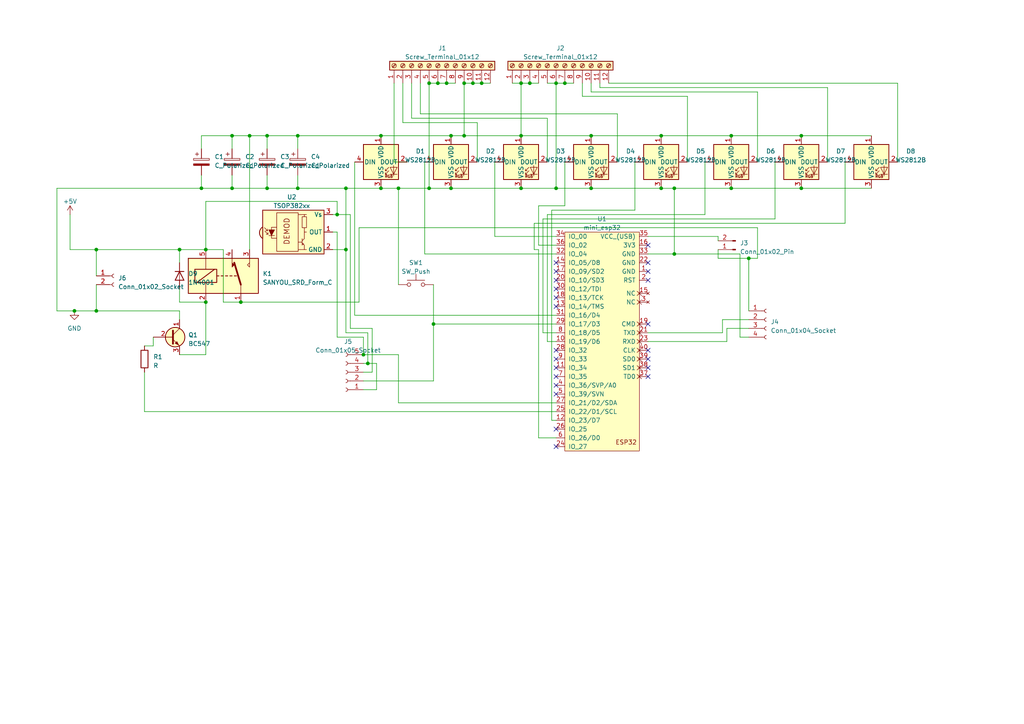
<source format=kicad_sch>
(kicad_sch (version 20230121) (generator eeschema)
  (paper "A4")
  (lib_symbols
    (symbol "Connector:Conn_01x02_Pin" (pin_names (offset 1.016) hide)
      (property "Reference" "J" (at 0 2.54 0))
      (property "Value" "Conn_01x02_Pin" (at 0 -5.08 0))
      (symbol "Conn_01x02_Pin_1_1"
        (polyline (pts (xy 1.27 -2.54) (xy 0.8636 -2.54)) (stroke (width 0.1524)))
        (polyline (pts (xy 1.27 0) (xy 0.8636 0)) (stroke (width 0.1524)))
        (rectangle (start 0.8636 -2.413) (end 0 -2.667) (stroke (width 0.1524)) (fill (type outline)))
        (rectangle (start 0.8636 0.127) (end 0 -0.127) (stroke (width 0.1524)) (fill (type outline)))
        (pin passive line (at 5.08 0 180) (length 3.81) (name "Pin_1") (number "1"))
        (pin passive line (at 5.08 -2.54 180) (length 3.81) (name "Pin_2") (number "2"))
      )
    )
    (symbol "Connector:Conn_01x02_Socket" (pin_names (offset 1.016) hide)
      (property "Reference" "J" (at 0 2.54 0))
      (property "Value" "Conn_01x02_Socket" (at 0 -5.08 0))
      (symbol "Conn_01x02_Socket_1_1"
        (arc (start 0 -2.032) (mid -0.5058 -2.54) (end 0 -3.048) (stroke (width 0.1524)))
        (polyline (pts (xy -1.27 -2.54) (xy -0.508 -2.54)) (stroke (width 0.1524)))
        (polyline (pts (xy -1.27 0) (xy -0.508 0)) (stroke (width 0.1524)))
        (arc (start 0 0.508) (mid -0.5058 0) (end 0 -0.508) (stroke (width 0.1524)))
        (pin passive line (at -5.08 0 0) (length 3.81) (name "Pin_1") (number "1"))
        (pin passive line (at -5.08 -2.54 0) (length 3.81) (name "Pin_2") (number "2"))
      )
    )
    (symbol "Connector:Conn_01x04_Socket" (pin_names (offset 1.016) hide)
      (property "Reference" "J" (at 0 5.08 0))
      (property "Value" "Conn_01x04_Socket" (at 0 -7.62 0))
      (symbol "Conn_01x04_Socket_1_1"
        (arc (start 0 -4.572) (mid -0.5058 -5.08) (end 0 -5.588) (stroke (width 0.1524)))
        (arc (start 0 -2.032) (mid -0.5058 -2.54) (end 0 -3.048) (stroke (width 0.1524)))
        (polyline (pts (xy -1.27 -5.08) (xy -0.508 -5.08)) (stroke (width 0.1524)))
        (polyline (pts (xy -1.27 -2.54) (xy -0.508 -2.54)) (stroke (width 0.1524)))
        (polyline (pts (xy -1.27 0) (xy -0.508 0)) (stroke (width 0.1524)))
        (polyline (pts (xy -1.27 2.54) (xy -0.508 2.54)) (stroke (width 0.1524)))
        (arc (start 0 0.508) (mid -0.5058 0) (end 0 -0.508) (stroke (width 0.1524)))
        (arc (start 0 3.048) (mid -0.5058 2.54) (end 0 2.032) (stroke (width 0.1524)))
        (pin passive line (at -5.08 2.54 0) (length 3.81) (name "Pin_1") (number "1"))
        (pin passive line (at -5.08 0 0) (length 3.81) (name "Pin_2") (number "2"))
        (pin passive line (at -5.08 -2.54 0) (length 3.81) (name "Pin_3") (number "3"))
        (pin passive line (at -5.08 -5.08 0) (length 3.81) (name "Pin_4") (number "4"))
      )
    )
    (symbol "Connector:Conn_01x05_Socket" (pin_names (offset 1.016) hide)
      (property "Reference" "J" (at 0 7.62 0))
      (property "Value" "Conn_01x05_Socket" (at 0 -7.62 0))
      (symbol "Conn_01x05_Socket_1_1"
        (arc (start 0 -4.572) (mid -0.5058 -5.08) (end 0 -5.588) (stroke (width 0.1524)))
        (arc (start 0 -2.032) (mid -0.5058 -2.54) (end 0 -3.048) (stroke (width 0.1524)))
        (polyline (pts (xy -1.27 -5.08) (xy -0.508 -5.08)) (stroke (width 0.1524)))
        (polyline (pts (xy -1.27 -2.54) (xy -0.508 -2.54)) (stroke (width 0.1524)))
        (polyline (pts (xy -1.27 0) (xy -0.508 0)) (stroke (width 0.1524)))
        (polyline (pts (xy -1.27 2.54) (xy -0.508 2.54)) (stroke (width 0.1524)))
        (polyline (pts (xy -1.27 5.08) (xy -0.508 5.08)) (stroke (width 0.1524)))
        (arc (start 0 0.508) (mid -0.5058 0) (end 0 -0.508) (stroke (width 0.1524)))
        (arc (start 0 3.048) (mid -0.5058 2.54) (end 0 2.032) (stroke (width 0.1524)))
        (arc (start 0 5.588) (mid -0.5058 5.08) (end 0 4.572) (stroke (width 0.1524)))
        (pin passive line (at -5.08 5.08 0) (length 3.81) (name "Pin_1") (number "1"))
        (pin passive line (at -5.08 2.54 0) (length 3.81) (name "Pin_2") (number "2"))
        (pin passive line (at -5.08 0 0) (length 3.81) (name "Pin_3") (number "3"))
        (pin passive line (at -5.08 -2.54 0) (length 3.81) (name "Pin_4") (number "4"))
        (pin passive line (at -5.08 -5.08 0) (length 3.81) (name "Pin_5") (number "5"))
      )
    )
    (symbol "Connector:Screw_Terminal_01x12" (pin_names (offset 1.016) hide)
      (property "Reference" "J" (at 0 15.24 0))
      (property "Value" "Screw_Terminal_01x12" (at 0 -17.78 0))
      (symbol "Screw_Terminal_01x12_1_1"
        (rectangle (start -1.27 13.97) (end 1.27 -16.51) (stroke (width 0.254)) (fill (type background)))
        (circle (center 0 -15.24) (radius 0.635) (stroke (width 0.1524)))
        (circle (center 0 -12.7) (radius 0.635) (stroke (width 0.1524)))
        (circle (center 0 -10.16) (radius 0.635) (stroke (width 0.1524)))
        (circle (center 0 -7.62) (radius 0.635) (stroke (width 0.1524)))
        (circle (center 0 -5.08) (radius 0.635) (stroke (width 0.1524)))
        (circle (center 0 -2.54) (radius 0.635) (stroke (width 0.1524)))
        (polyline (pts (xy -0.5334 -14.9098) (xy 0.3302 -15.748)) (stroke (width 0.1524)))
        (polyline (pts (xy -0.5334 -12.3698) (xy 0.3302 -13.208)) (stroke (width 0.1524)))
        (polyline (pts (xy -0.5334 -9.8298) (xy 0.3302 -10.668)) (stroke (width 0.1524)))
        (polyline (pts (xy -0.5334 -7.2898) (xy 0.3302 -8.128)) (stroke (width 0.1524)))
        (polyline (pts (xy -0.5334 -4.7498) (xy 0.3302 -5.588)) (stroke (width 0.1524)))
        (polyline (pts (xy -0.5334 -2.2098) (xy 0.3302 -3.048)) (stroke (width 0.1524)))
        (polyline (pts (xy -0.5334 0.3302) (xy 0.3302 -0.508)) (stroke (width 0.1524)))
        (polyline (pts (xy -0.5334 2.8702) (xy 0.3302 2.032)) (stroke (width 0.1524)))
        (polyline (pts (xy -0.5334 5.4102) (xy 0.3302 4.572)) (stroke (width 0.1524)))
        (polyline (pts (xy -0.5334 7.9502) (xy 0.3302 7.112)) (stroke (width 0.1524)))
        (polyline (pts (xy -0.5334 10.4902) (xy 0.3302 9.652)) (stroke (width 0.1524)))
        (polyline (pts (xy -0.5334 13.0302) (xy 0.3302 12.192)) (stroke (width 0.1524)))
        (polyline (pts (xy -0.3556 -14.732) (xy 0.508 -15.5702)) (stroke (width 0.1524)))
        (polyline (pts (xy -0.3556 -12.192) (xy 0.508 -13.0302)) (stroke (width 0.1524)))
        (polyline (pts (xy -0.3556 -9.652) (xy 0.508 -10.4902)) (stroke (width 0.1524)))
        (polyline (pts (xy -0.3556 -7.112) (xy 0.508 -7.9502)) (stroke (width 0.1524)))
        (polyline (pts (xy -0.3556 -4.572) (xy 0.508 -5.4102)) (stroke (width 0.1524)))
        (polyline (pts (xy -0.3556 -2.032) (xy 0.508 -2.8702)) (stroke (width 0.1524)))
        (polyline (pts (xy -0.3556 0.508) (xy 0.508 -0.3302)) (stroke (width 0.1524)))
        (polyline (pts (xy -0.3556 3.048) (xy 0.508 2.2098)) (stroke (width 0.1524)))
        (polyline (pts (xy -0.3556 5.588) (xy 0.508 4.7498)) (stroke (width 0.1524)))
        (polyline (pts (xy -0.3556 8.128) (xy 0.508 7.2898)) (stroke (width 0.1524)))
        (polyline (pts (xy -0.3556 10.668) (xy 0.508 9.8298)) (stroke (width 0.1524)))
        (polyline (pts (xy -0.3556 13.208) (xy 0.508 12.3698)) (stroke (width 0.1524)))
        (circle (center 0 0) (radius 0.635) (stroke (width 0.1524)))
        (circle (center 0 2.54) (radius 0.635) (stroke (width 0.1524)))
        (circle (center 0 5.08) (radius 0.635) (stroke (width 0.1524)))
        (circle (center 0 7.62) (radius 0.635) (stroke (width 0.1524)))
        (circle (center 0 10.16) (radius 0.635) (stroke (width 0.1524)))
        (circle (center 0 12.7) (radius 0.635) (stroke (width 0.1524)))
        (pin passive line (at -5.08 12.7 0) (length 3.81) (name "Pin_1") (number "1"))
        (pin passive line (at -5.08 -10.16 0) (length 3.81) (name "Pin_10") (number "10"))
        (pin passive line (at -5.08 -12.7 0) (length 3.81) (name "Pin_11") (number "11"))
        (pin passive line (at -5.08 -15.24 0) (length 3.81) (name "Pin_12") (number "12"))
        (pin passive line (at -5.08 10.16 0) (length 3.81) (name "Pin_2") (number "2"))
        (pin passive line (at -5.08 7.62 0) (length 3.81) (name "Pin_3") (number "3"))
        (pin passive line (at -5.08 5.08 0) (length 3.81) (name "Pin_4") (number "4"))
        (pin passive line (at -5.08 2.54 0) (length 3.81) (name "Pin_5") (number "5"))
        (pin passive line (at -5.08 0 0) (length 3.81) (name "Pin_6") (number "6"))
        (pin passive line (at -5.08 -2.54 0) (length 3.81) (name "Pin_7") (number "7"))
        (pin passive line (at -5.08 -5.08 0) (length 3.81) (name "Pin_8") (number "8"))
        (pin passive line (at -5.08 -7.62 0) (length 3.81) (name "Pin_9") (number "9"))
      )
    )
    (symbol "Device:C_Polarized" (pin_numbers hide) (pin_names (offset 0.254))
      (property "Reference" "C" (at 0.635 2.54 0))
      (property "Value" "C_Polarized" (at 0.635 -2.54 0))
      (symbol "C_Polarized_0_1"
        (rectangle (start -2.286 0.508) (end 2.286 1.016))
        (polyline (pts (xy -1.778 2.286) (xy -0.762 2.286)))
        (polyline (pts (xy -1.27 2.794) (xy -1.27 1.778)))
        (rectangle (start 2.286 -0.508) (end -2.286 -1.016) (fill (type outline)))
      )
      (symbol "C_Polarized_1_1"
        (pin passive line (at 0 3.81 270) (length 2.794) (name "~") (number "1"))
        (pin passive line (at 0 -3.81 90) (length 2.794) (name "~") (number "2"))
      )
    )
    (symbol "Device:R" (pin_numbers hide) (pin_names (offset 0))
      (property "Reference" "R" (at 2.032 0 90))
      (property "Value" "R" (at 0 0 90))
      (symbol "R_0_1"
        (rectangle (start -1.016 -2.54) (end 1.016 2.54) (stroke (width 0.254)))
      )
      (symbol "R_1_1"
        (pin passive line (at 0 3.81 270) (length 1.27) (name "~") (number "1"))
        (pin passive line (at 0 -3.81 90) (length 1.27) (name "~") (number "2"))
      )
    )
    (symbol "Diode:1N4001" (pin_numbers hide) (pin_names hide)
      (property "Reference" "D" (at 0 2.54 0))
      (property "Value" "1N4001" (at 0 -2.54 0))
      (symbol "1N4001_0_1"
        (polyline (pts (xy -1.27 1.27) (xy -1.27 -1.27)) (stroke (width 0.254)))
        (polyline (pts (xy 1.27 0) (xy -1.27 0)))
        (polyline (pts (xy 1.27 1.27) (xy 1.27 -1.27) (xy -1.27 0) (xy 1.27 1.27)) (stroke (width 0.254)))
      )
      (symbol "1N4001_1_1"
        (pin passive line (at -3.81 0 0) (length 2.54) (name "K") (number "1"))
        (pin passive line (at 3.81 0 180) (length 2.54) (name "A") (number "2"))
      )
    )
    (symbol "ESP32_mini:mini_esp32" (pin_names (offset 1.016))
      (property "Reference" "U" (at -7.62 -50.8 0))
      (property "Value" "mini_esp32" (at 5.08 -59.69 0))
      (symbol "mini_esp32_0_0"
        (text "ESP32" (at 7.62 -62.23 0) (effects (font (size 1.27 1.27))))
        (pin power_in line (at 13.97 -12.7 180) (length 2.54) (name "GND") (number "1"))
        (pin input line (at 13.97 -15.24 180) (length 2.54) (name "RST") (number "2"))
        (pin no_connect non_logic (at 13.97 -21.59 180) (length 2.54) (name "NC") (number "3"))
        (pin bidirectional line (at -12.7 -45.72 0) (length 2.54) (name "IO_36/SVP/A0") (number "4"))
        (pin bidirectional line (at -12.7 -48.26 0) (length 2.54) (name "IO_39/SVN") (number "5"))
      )
      (symbol "mini_esp32_0_1"
        (rectangle (start -10.16 -1.27) (end 11.43 -64.77) (fill (type background)))
      )
      (symbol "mini_esp32_1_1"
        (pin bidirectional line (at -12.7 -33.02 0) (length 2.54) (name "IO_19/D6") (number "10"))
        (pin bidirectional line (at -12.7 -40.64 0) (length 2.54) (name "IO_34") (number "11"))
        (pin bidirectional line (at -12.7 -55.88 0) (length 2.54) (name "IO_23/D7") (number "12"))
        (pin bidirectional line (at -12.7 -22.86 0) (length 2.54) (name "IO_14/TMS") (number "13"))
        (pin bidirectional line (at -12.7 -10.16 0) (length 2.54) (name "IO_05/D8") (number "14"))
        (pin no_connect non_logic (at 13.97 -19.05 180) (length 2.54) (name "NC") (number "15"))
        (pin power_in line (at 13.97 -5.08 180) (length 2.54) (name "3V3") (number "16"))
        (pin bidirectional line (at -12.7 -12.7 0) (length 2.54) (name "IO_09/SD2") (number "17"))
        (pin bidirectional line (at -12.7 -20.32 0) (length 2.54) (name "IO_13/TCK") (number "18"))
        (pin passive non_logic (at 13.97 -27.94 180) (length 2.54) (name "CMD") (number "19"))
        (pin bidirectional line (at -12.7 -15.24 0) (length 2.54) (name "IO_10/SD3") (number "20"))
        (pin passive non_logic (at 13.97 -30.48 180) (length 2.54) (name "TXD") (number "21"))
        (pin power_in line (at 13.97 -10.16 180) (length 2.54) (name "GND") (number "22"))
        (pin passive non_logic (at 13.97 -33.02 180) (length 2.54) (name "RXD") (number "23"))
        (pin bidirectional line (at -12.7 -63.5 0) (length 2.54) (name "IO_27") (number "24"))
        (pin bidirectional line (at -12.7 -53.34 0) (length 2.54) (name "IO_22/D1/SCL") (number "25"))
        (pin bidirectional line (at -12.7 -58.42 0) (length 2.54) (name "IO_25") (number "26"))
        (pin bidirectional line (at -12.7 -50.8 0) (length 2.54) (name "IO_21/D2/SDA") (number "27"))
        (pin bidirectional line (at -12.7 -35.56 0) (length 2.54) (name "IO_32") (number "28"))
        (pin bidirectional line (at -12.7 -27.94 0) (length 2.54) (name "IO_17/D3") (number "29"))
        (pin bidirectional line (at -12.7 -17.78 0) (length 2.54) (name "IO_12/TDI") (number "30"))
        (pin bidirectional line (at -12.7 -25.4 0) (length 2.54) (name "IO_16/D4") (number "31"))
        (pin bidirectional line (at -12.7 -7.62 0) (length 2.54) (name "IO_04") (number "32"))
        (pin power_in line (at 13.97 -7.62 180) (length 2.54) (name "GND") (number "33"))
        (pin bidirectional line (at -12.7 -2.54 0) (length 2.54) (name "IO_00") (number "34"))
        (pin power_in line (at 13.97 -2.54 180) (length 2.54) (name "VCC_(USB)") (number "35"))
        (pin bidirectional line (at -12.7 -5.08 0) (length 2.54) (name "IO_02") (number "36"))
        (pin passive non_logic (at 13.97 -43.18 180) (length 2.54) (name "TD0") (number "37"))
        (pin passive non_logic (at 13.97 -40.64 180) (length 2.54) (name "SD1") (number "38"))
        (pin passive non_logic (at 13.97 -38.1 180) (length 2.54) (name "SD0") (number "39"))
        (pin passive non_logic (at 13.97 -35.56 180) (length 2.54) (name "CLK") (number "40"))
        (pin bidirectional line (at -12.7 -60.96 0) (length 2.54) (name "IO_26/D0") (number "6"))
        (pin bidirectional line (at -12.7 -43.18 0) (length 2.54) (name "IO_35") (number "7"))
        (pin bidirectional line (at -12.7 -30.48 0) (length 2.54) (name "IO_18/D5") (number "8"))
        (pin bidirectional line (at -12.7 -38.1 0) (length 2.54) (name "IO_33") (number "9"))
      )
    )
    (symbol "Interface_Optical:TSOP382xx"
      (property "Reference" "U" (at -10.16 7.62 0))
      (property "Value" "TSOP382xx" (at -10.16 -7.62 0))
      (symbol "TSOP382xx_0_0"
        (arc (start -10.287 1.397) (mid -11.0899 -0.1852) (end -10.287 -1.778) (stroke (width 0.254)) (fill (type background)))
        (polyline (pts (xy 1.905 -5.08) (xy 0.127 -5.08)))
        (polyline (pts (xy 1.905 5.08) (xy 0.127 5.08)))
        (text "DEMOD" (at -3.175 0.254 900) (effects (font (size 1.524 1.524))))
      )
      (symbol "TSOP382xx_0_1"
        (rectangle (start -6.096 5.588) (end 0.127 -5.588))
        (polyline (pts (xy -8.763 0.381) (xy -9.652 1.27)))
        (polyline (pts (xy -8.763 0.381) (xy -9.271 0.381)))
        (polyline (pts (xy -8.763 0.381) (xy -8.763 0.889)))
        (polyline (pts (xy -8.636 -0.635) (xy -9.525 0.254)))
        (polyline (pts (xy -8.636 -0.635) (xy -9.144 -0.635)))
        (polyline (pts (xy -8.636 -0.635) (xy -8.636 -0.127)))
        (polyline (pts (xy -8.382 -1.016) (xy -6.731 -1.016)))
        (polyline (pts (xy 1.27 -2.921) (xy 0.127 -2.921)))
        (polyline (pts (xy 1.27 -1.905) (xy 1.27 -3.81)))
        (polyline (pts (xy 1.397 -3.556) (xy 1.524 -3.556)))
        (polyline (pts (xy 1.651 -3.556) (xy 1.524 -3.556)))
        (polyline (pts (xy 1.651 -3.556) (xy 1.651 -3.302)))
        (polyline (pts (xy 1.905 0) (xy 1.905 1.27)))
        (polyline (pts (xy 1.905 4.445) (xy 1.905 5.08) (xy 2.54 5.08)))
        (polyline (pts (xy -8.382 0.635) (xy -6.731 0.635) (xy -7.62 -1.016) (xy -8.382 0.635)) (fill (type outline)))
        (polyline (pts (xy -6.096 1.397) (xy -7.62 1.397) (xy -7.62 -1.778) (xy -6.096 -1.778)))
        (polyline (pts (xy 1.27 -3.175) (xy 1.905 -3.81) (xy 1.905 -5.08) (xy 2.54 -5.08)))
        (polyline (pts (xy 1.27 -2.54) (xy 1.905 -1.905) (xy 1.905 0) (xy 2.54 0)))
        (rectangle (start 2.54 1.27) (end 1.27 4.445))
        (rectangle (start 7.62 6.35) (end -10.16 -6.35) (stroke (width 0.254)) (fill (type background)))
      )
      (symbol "TSOP382xx_1_1"
        (pin output line (at 10.16 0 180) (length 2.54) (name "OUT") (number "1"))
        (pin power_in line (at 10.16 -5.08 180) (length 2.54) (name "GND") (number "2"))
        (pin power_in line (at 10.16 5.08 180) (length 2.54) (name "Vs") (number "3"))
      )
    )
    (symbol "LED:WS2812B" (pin_names (offset 0.254))
      (property "Reference" "D" (at 5.08 5.715 0))
      (property "Value" "WS2812B" (at 1.27 -5.715 0))
      (symbol "WS2812B_0_0"
        (text "RGB" (at 2.286 -4.191 0) (effects (font (size 0.762 0.762))))
      )
      (symbol "WS2812B_0_1"
        (polyline (pts (xy 1.27 -3.556) (xy 1.778 -3.556)))
        (polyline (pts (xy 1.27 -2.54) (xy 1.778 -2.54)))
        (polyline (pts (xy 4.699 -3.556) (xy 2.667 -3.556)))
        (polyline (pts (xy 2.286 -2.54) (xy 1.27 -3.556) (xy 1.27 -3.048)))
        (polyline (pts (xy 2.286 -1.524) (xy 1.27 -2.54) (xy 1.27 -2.032)))
        (polyline (pts (xy 3.683 -1.016) (xy 3.683 -3.556) (xy 3.683 -4.064)))
        (polyline (pts (xy 4.699 -1.524) (xy 2.667 -1.524) (xy 3.683 -3.556) (xy 4.699 -1.524)))
        (rectangle (start 5.08 5.08) (end -5.08 -5.08) (stroke (width 0.254)) (fill (type background)))
      )
      (symbol "WS2812B_1_1"
        (pin power_in line (at 0 7.62 270) (length 2.54) (name "VDD") (number "1"))
        (pin output line (at 7.62 0 180) (length 2.54) (name "DOUT") (number "2"))
        (pin power_in line (at 0 -7.62 90) (length 2.54) (name "VSS") (number "3"))
        (pin input line (at -7.62 0 0) (length 2.54) (name "DIN") (number "4"))
      )
    )
    (symbol "PCM_4ms_Power-symbol:+5V" (power) (pin_names (offset 0))
      (property "Value" "+5V" (at 0 3.556 0))
      (symbol "+5V_0_1"
        (polyline (pts (xy -0.762 1.27) (xy 0 2.54)))
        (polyline (pts (xy 0 0) (xy 0 2.54)))
        (polyline (pts (xy 0 2.54) (xy 0.762 1.27)))
      )
      (symbol "+5V_1_1"
        (pin power_in line (at 0 0 90) (length 0) hide (name "+5V") (number "1"))
      )
    )
    (symbol "PCM_4ms_Power-symbol:GND" (power) (pin_names (offset 0))
      (property "Value" "GND" (at 0 -3.81 0))
      (symbol "GND_0_1"
        (polyline (pts (xy 0 0) (xy 0 -1.27) (xy 1.27 -1.27) (xy 0 -2.54) (xy -1.27 -1.27) (xy 0 -1.27)))
      )
      (symbol "GND_1_1"
        (pin power_in line (at 0 0 270) (length 0) hide (name "GND") (number "1"))
      )
    )
    (symbol "PCM_Transistor_BJT_AKL:BC547" (pin_names hide)
      (property "Reference" "Q" (at 5.08 1.27 0))
      (property "Value" "BC547" (at 5.08 -1.27 0))
      (symbol "BC547_0_1"
        (polyline (pts (xy 0.635 0.635) (xy 2.54 2.54)))
        (polyline (pts (xy 0.635 -0.635) (xy 2.54 -2.54) (xy 2.54 -2.54)))
        (polyline (pts (xy 0.635 1.905) (xy 0.635 -1.905) (xy 0.635 -1.905)) (stroke (width 0.508)))
        (polyline (pts (xy 1.27 -1.778) (xy 1.778 -1.27) (xy 2.286 -2.286) (xy 1.27 -1.778) (xy 1.27 -1.778)) (fill (type outline)))
        (circle (center 1.27 0) (radius 2.8194) (stroke (width 0.254)) (fill (type background)))
      )
      (symbol "BC547_1_1"
        (pin passive line (at 2.54 5.08 270) (length 2.54) (name "C") (number "1"))
        (pin input line (at -5.08 0 0) (length 5.715) (name "B") (number "2"))
        (pin passive line (at 2.54 -5.08 90) (length 2.54) (name "E") (number "3"))
      )
    )
    (symbol "Relay:SANYOU_SRD_Form_C"
      (property "Reference" "K" (at 11.43 3.81 0))
      (property "Value" "SANYOU_SRD_Form_C" (at 11.43 1.27 0))
      (symbol "SANYOU_SRD_Form_C_0_0"
        (polyline (pts (xy 7.62 5.08) (xy 7.62 2.54) (xy 6.985 3.175) (xy 7.62 3.81)))
      )
      (symbol "SANYOU_SRD_Form_C_0_1"
        (rectangle (start -10.16 5.08) (end 10.16 -5.08) (stroke (width 0.254)) (fill (type background)))
        (rectangle (start -8.255 1.905) (end -1.905 -1.905) (stroke (width 0.254)))
        (polyline (pts (xy -7.62 -1.905) (xy -2.54 1.905)) (stroke (width 0.254)))
        (polyline (pts (xy -5.08 -5.08) (xy -5.08 -1.905)))
        (polyline (pts (xy -5.08 5.08) (xy -5.08 1.905)))
        (polyline (pts (xy -1.905 0) (xy -1.27 0)) (stroke (width 0.254)))
        (polyline (pts (xy -0.635 0) (xy 0 0)) (stroke (width 0.254)))
        (polyline (pts (xy 0.635 0) (xy 1.27 0)) (stroke (width 0.254)))
        (polyline (pts (xy 1.905 0) (xy 2.54 0)) (stroke (width 0.254)))
        (polyline (pts (xy 3.175 0) (xy 3.81 0)) (stroke (width 0.254)))
        (polyline (pts (xy 5.08 -2.54) (xy 3.175 3.81)) (stroke (width 0.508)))
        (polyline (pts (xy 5.08 -2.54) (xy 5.08 -5.08)))
      )
      (symbol "SANYOU_SRD_Form_C_1_1"
        (polyline (pts (xy 2.54 3.81) (xy 3.175 3.175) (xy 2.54 2.54) (xy 2.54 5.08)) (fill (type outline)))
        (pin passive line (at 5.08 -7.62 90) (length 2.54) (name "~") (number "1"))
        (pin passive line (at -5.08 -7.62 90) (length 2.54) (name "~") (number "2"))
        (pin passive line (at 7.62 7.62 270) (length 2.54) (name "~") (number "3"))
        (pin passive line (at 2.54 7.62 270) (length 2.54) (name "~") (number "4"))
        (pin passive line (at -5.08 7.62 270) (length 2.54) (name "~") (number "5"))
      )
    )
    (symbol "Switch:SW_Push" (pin_numbers hide) (pin_names (offset 1.016) hide)
      (property "Reference" "SW" (at 1.27 2.54 0))
      (property "Value" "SW_Push" (at 0 -1.524 0))
      (symbol "SW_Push_0_1"
        (circle (center -2.032 0) (radius 0.508))
        (polyline (pts (xy 0 1.27) (xy 0 3.048)))
        (polyline (pts (xy 2.54 1.27) (xy -2.54 1.27)))
        (circle (center 2.032 0) (radius 0.508))
        (pin passive line (at -5.08 0 0) (length 2.54) (name "1") (number "1"))
        (pin passive line (at 5.08 0 180) (length 2.54) (name "2") (number "2"))
      )
    )
  )
  (junction (at 163.83 24.13))
  (junction (at 77.47 39.37))
  (junction (at 86.36 39.37))
  (junction (at 21.59 90.17))
  (junction (at 129.54 24.13))
  (junction (at 100.33 54.61))
  (junction (at 115.57 54.61))
  (junction (at 58.42 54.61))
  (junction (at 106.68 105.41))
  (junction (at 59.69 87.63))
  (junction (at 134.62 24.13))
  (junction (at 125.73 93.98))
  (junction (at 171.45 39.37))
  (junction (at 67.31 54.61))
  (junction (at 127 24.13))
  (junction (at 212.09 54.61))
  (junction (at 110.49 54.61))
  (junction (at 151.13 54.61))
  (junction (at 151.13 39.37))
  (junction (at 232.41 54.61))
  (junction (at 161.29 54.61))
  (junction (at 110.49 39.37))
  (junction (at 86.36 54.61))
  (junction (at 77.47 54.61))
  (junction (at 217.17 74.93))
  (junction (at 105.41 102.87))
  (junction (at 52.07 72.39))
  (junction (at 130.81 39.37))
  (junction (at 139.7 24.13))
  (junction (at 212.09 39.37))
  (junction (at 137.16 24.13))
  (junction (at 124.46 54.61))
  (junction (at 59.69 72.39))
  (junction (at 72.39 39.37))
  (junction (at 130.81 54.61))
  (junction (at 69.85 87.63))
  (junction (at 171.45 54.61))
  (junction (at 27.94 72.39))
  (junction (at 153.67 24.13))
  (junction (at 195.58 54.61))
  (junction (at 134.62 39.37))
  (junction (at 195.58 73.66))
  (junction (at 191.77 54.61))
  (junction (at 151.13 24.13))
  (junction (at 232.41 39.37))
  (junction (at 191.77 39.37))
  (junction (at 27.94 90.17))
  (junction (at 67.31 39.37))
  (junction (at 161.29 24.13))
  (junction (at 100.33 72.39))
  (junction (at 97.79 62.23))
  (junction (at 124.46 24.13))
  (no_connect (at 161.29 104.14))
  (no_connect (at 187.96 106.68))
  (no_connect (at 187.96 104.14))
  (no_connect (at 187.96 109.22))
  (no_connect (at 161.29 111.76))
  (no_connect (at 161.29 109.22))
  (no_connect (at 161.29 86.36))
  (no_connect (at 161.29 83.82))
  (no_connect (at 161.29 129.54))
  (no_connect (at 187.96 71.12))
  (no_connect (at 161.29 76.2))
  (no_connect (at 161.29 124.46))
  (no_connect (at 187.96 101.6))
  (no_connect (at 161.29 88.9))
  (no_connect (at 161.29 101.6))
  (no_connect (at 161.29 114.3))
  (no_connect (at 161.29 81.28))
  (no_connect (at 187.96 81.28))
  (no_connect (at 187.96 93.98))
  (no_connect (at 161.29 78.74))
  (no_connect (at 187.96 78.74))
  (no_connect (at 161.29 106.68))
  (no_connect (at 187.96 76.2))
  (wire (pts (xy 134.62 24.13) (xy 134.62 39.37)))
  (wire (pts (xy 104.14 66.04) (xy 104.14 87.63)))
  (wire (pts (xy 187.96 96.52) (xy 209.55 96.52)))
  (wire (pts (xy 64.77 72.39) (xy 64.77 87.63)))
  (wire (pts (xy 97.79 67.31) (xy 97.79 97.79)))
  (wire (pts (xy 100.33 72.39) (xy 100.33 54.61)))
  (wire (pts (xy 27.94 82.55) (xy 27.94 90.17)))
  (wire (pts (xy 191.77 39.37) (xy 212.09 39.37)))
  (wire (pts (xy 116.84 35.56) (xy 138.43 35.56)))
  (wire (pts (xy 219.71 26.67) (xy 219.71 46.99)))
  (wire (pts (xy 116.84 24.13) (xy 116.84 35.56)))
  (wire (pts (xy 21.59 90.17) (xy 16.51 90.17)))
  (wire (pts (xy 102.87 91.44) (xy 102.87 46.99)))
  (wire (pts (xy 163.83 24.13) (xy 166.37 24.13)))
  (wire (pts (xy 161.29 99.06) (xy 158.75 99.06)))
  (wire (pts (xy 114.3 46.99) (xy 118.11 46.99)))
  (wire (pts (xy 156.21 72.39) (xy 154.94 72.39)))
  (wire (pts (xy 21.59 90.17) (xy 27.94 90.17)))
  (wire (pts (xy 129.54 24.13) (xy 132.08 24.13)))
  (wire (pts (xy 173.99 24.13) (xy 173.99 25.4)))
  (wire (pts (xy 27.94 72.39) (xy 27.94 80.01)))
  (wire (pts (xy 161.29 119.38) (xy 41.91 119.38)))
  (wire (pts (xy 115.57 54.61) (xy 115.57 82.55)))
  (wire (pts (xy 67.31 39.37) (xy 58.42 39.37)))
  (wire (pts (xy 212.09 54.61) (xy 232.41 54.61)))
  (wire (pts (xy 161.29 91.44) (xy 102.87 91.44)))
  (wire (pts (xy 130.81 54.61) (xy 151.13 54.61)))
  (wire (pts (xy 151.13 54.61) (xy 161.29 54.61)))
  (wire (pts (xy 67.31 39.37) (xy 67.31 43.18)))
  (wire (pts (xy 115.57 102.87) (xy 105.41 102.87)))
  (wire (pts (xy 77.47 39.37) (xy 77.47 43.18)))
  (wire (pts (xy 100.33 54.61) (xy 110.49 54.61)))
  (wire (pts (xy 106.68 96.52) (xy 106.68 105.41)))
  (wire (pts (xy 121.92 24.13) (xy 121.92 33.02)))
  (wire (pts (xy 110.49 54.61) (xy 115.57 54.61)))
  (wire (pts (xy 160.02 121.92) (xy 160.02 60.96)))
  (wire (pts (xy 44.45 100.33) (xy 44.45 97.79)))
  (wire (pts (xy 105.41 110.49) (xy 125.73 110.49)))
  (wire (pts (xy 134.62 24.13) (xy 137.16 24.13)))
  (wire (pts (xy 209.55 96.52) (xy 209.55 92.71)))
  (wire (pts (xy 161.29 93.98) (xy 125.73 93.98)))
  (wire (pts (xy 179.07 33.02) (xy 179.07 46.99)))
  (wire (pts (xy 125.73 93.98) (xy 125.73 82.55)))
  (wire (pts (xy 156.21 59.69) (xy 163.83 59.69)))
  (wire (pts (xy 86.36 50.8) (xy 86.36 54.61)))
  (wire (pts (xy 97.79 62.23) (xy 97.79 58.42)))
  (wire (pts (xy 210.82 99.06) (xy 210.82 95.25)))
  (wire (pts (xy 219.71 66.04) (xy 104.14 66.04)))
  (wire (pts (xy 210.82 95.25) (xy 217.17 95.25)))
  (wire (pts (xy 232.41 54.61) (xy 252.73 54.61)))
  (wire (pts (xy 187.96 73.66) (xy 195.58 73.66)))
  (wire (pts (xy 86.36 39.37) (xy 110.49 39.37)))
  (wire (pts (xy 161.29 116.84) (xy 115.57 116.84)))
  (wire (pts (xy 96.52 72.39) (xy 100.33 72.39)))
  (wire (pts (xy 212.09 39.37) (xy 232.41 39.37)))
  (wire (pts (xy 105.41 97.79) (xy 105.41 102.87)))
  (wire (pts (xy 52.07 102.87) (xy 59.69 102.87)))
  (wire (pts (xy 20.32 62.23) (xy 20.32 72.39)))
  (wire (pts (xy 224.79 46.99) (xy 224.79 63.5)))
  (wire (pts (xy 161.29 68.58) (xy 143.51 68.58)))
  (wire (pts (xy 96.52 67.31) (xy 97.79 67.31)))
  (wire (pts (xy 124.46 24.13) (xy 124.46 54.61)))
  (wire (pts (xy 27.94 72.39) (xy 52.07 72.39)))
  (wire (pts (xy 72.39 72.39) (xy 72.39 39.37)))
  (wire (pts (xy 97.79 62.23) (xy 101.6 62.23)))
  (wire (pts (xy 154.94 64.77) (xy 245.11 64.77)))
  (wire (pts (xy 161.29 54.61) (xy 171.45 54.61)))
  (wire (pts (xy 109.22 105.41) (xy 109.22 113.03)))
  (wire (pts (xy 187.96 68.58) (xy 208.28 68.58)))
  (wire (pts (xy 59.69 102.87) (xy 59.69 87.63)))
  (wire (pts (xy 16.51 90.17) (xy 16.51 54.61)))
  (wire (pts (xy 176.53 24.13) (xy 260.35 24.13)))
  (wire (pts (xy 156.21 71.12) (xy 156.21 59.69)))
  (wire (pts (xy 86.36 39.37) (xy 86.36 43.18)))
  (wire (pts (xy 77.47 39.37) (xy 86.36 39.37)))
  (wire (pts (xy 143.51 68.58) (xy 143.51 46.99)))
  (wire (pts (xy 161.29 121.92) (xy 160.02 121.92)))
  (wire (pts (xy 187.96 99.06) (xy 210.82 99.06)))
  (wire (pts (xy 115.57 116.84) (xy 115.57 102.87)))
  (wire (pts (xy 195.58 54.61) (xy 212.09 54.61)))
  (wire (pts (xy 160.02 60.96) (xy 184.15 60.96)))
  (wire (pts (xy 154.94 72.39) (xy 154.94 64.77)))
  (wire (pts (xy 58.42 50.8) (xy 58.42 54.61)))
  (wire (pts (xy 138.43 35.56) (xy 138.43 46.99)))
  (wire (pts (xy 77.47 50.8) (xy 77.47 54.61)))
  (wire (pts (xy 16.51 54.61) (xy 58.42 54.61)))
  (wire (pts (xy 114.3 24.13) (xy 114.3 46.99)))
  (wire (pts (xy 217.17 74.93) (xy 217.17 90.17)))
  (wire (pts (xy 20.32 72.39) (xy 27.94 72.39)))
  (wire (pts (xy 217.17 74.93) (xy 219.71 74.93)))
  (wire (pts (xy 86.36 54.61) (xy 100.33 54.61)))
  (wire (pts (xy 101.6 95.25) (xy 107.95 95.25)))
  (wire (pts (xy 171.45 54.61) (xy 191.77 54.61)))
  (wire (pts (xy 134.62 39.37) (xy 151.13 39.37)))
  (wire (pts (xy 204.47 46.99) (xy 204.47 62.23)))
  (wire (pts (xy 123.19 46.99) (xy 123.19 73.66)))
  (wire (pts (xy 191.77 54.61) (xy 195.58 54.61)))
  (wire (pts (xy 195.58 54.61) (xy 195.58 73.66)))
  (wire (pts (xy 157.48 96.52) (xy 157.48 63.5)))
  (wire (pts (xy 137.16 24.13) (xy 139.7 24.13)))
  (wire (pts (xy 195.58 73.66) (xy 214.63 73.66)))
  (wire (pts (xy 101.6 62.23) (xy 101.6 95.25)))
  (wire (pts (xy 161.29 96.52) (xy 157.48 96.52)))
  (wire (pts (xy 119.38 24.13) (xy 119.38 34.29)))
  (wire (pts (xy 158.75 62.23) (xy 204.47 62.23)))
  (wire (pts (xy 124.46 24.13) (xy 127 24.13)))
  (wire (pts (xy 161.29 24.13) (xy 161.29 54.61)))
  (wire (pts (xy 110.49 39.37) (xy 130.81 39.37)))
  (wire (pts (xy 59.69 87.63) (xy 52.07 87.63)))
  (wire (pts (xy 77.47 54.61) (xy 86.36 54.61)))
  (wire (pts (xy 97.79 97.79) (xy 105.41 97.79)))
  (wire (pts (xy 105.41 113.03) (xy 109.22 113.03)))
  (wire (pts (xy 58.42 54.61) (xy 67.31 54.61)))
  (wire (pts (xy 158.75 24.13) (xy 161.29 24.13)))
  (wire (pts (xy 208.28 72.39) (xy 208.28 74.93)))
  (wire (pts (xy 121.92 33.02) (xy 179.07 33.02)))
  (wire (pts (xy 199.39 27.94) (xy 168.91 27.94)))
  (wire (pts (xy 157.48 63.5) (xy 224.79 63.5)))
  (wire (pts (xy 156.21 127) (xy 156.21 72.39)))
  (wire (pts (xy 124.46 54.61) (xy 130.81 54.61)))
  (wire (pts (xy 214.63 73.66) (xy 214.63 97.79)))
  (wire (pts (xy 161.29 24.13) (xy 163.83 24.13)))
  (wire (pts (xy 219.71 74.93) (xy 219.71 66.04)))
  (wire (pts (xy 199.39 46.99) (xy 199.39 27.94)))
  (wire (pts (xy 153.67 24.13) (xy 156.21 24.13)))
  (wire (pts (xy 72.39 39.37) (xy 67.31 39.37)))
  (wire (pts (xy 161.29 71.12) (xy 156.21 71.12)))
  (wire (pts (xy 106.68 105.41) (xy 109.22 105.41)))
  (wire (pts (xy 104.14 87.63) (xy 69.85 87.63)))
  (wire (pts (xy 52.07 72.39) (xy 59.69 72.39)))
  (wire (pts (xy 214.63 97.79) (xy 217.17 97.79)))
  (wire (pts (xy 260.35 24.13) (xy 260.35 46.99)))
  (wire (pts (xy 163.83 59.69) (xy 163.83 46.99)))
  (wire (pts (xy 52.07 90.17) (xy 52.07 92.71)))
  (wire (pts (xy 41.91 119.38) (xy 41.91 107.95)))
  (wire (pts (xy 96.52 62.23) (xy 97.79 62.23)))
  (wire (pts (xy 106.68 105.41) (xy 105.41 105.41)))
  (wire (pts (xy 151.13 39.37) (xy 171.45 39.37)))
  (wire (pts (xy 151.13 24.13) (xy 153.67 24.13)))
  (wire (pts (xy 171.45 26.67) (xy 219.71 26.67)))
  (wire (pts (xy 127 24.13) (xy 129.54 24.13)))
  (wire (pts (xy 107.95 107.95) (xy 105.41 107.95)))
  (wire (pts (xy 67.31 54.61) (xy 77.47 54.61)))
  (wire (pts (xy 125.73 93.98) (xy 125.73 110.49)))
  (wire (pts (xy 171.45 24.13) (xy 171.45 26.67)))
  (wire (pts (xy 148.59 24.13) (xy 151.13 24.13)))
  (wire (pts (xy 100.33 96.52) (xy 106.68 96.52)))
  (wire (pts (xy 161.29 73.66) (xy 123.19 73.66)))
  (wire (pts (xy 130.81 39.37) (xy 134.62 39.37)))
  (wire (pts (xy 52.07 87.63) (xy 52.07 83.82)))
  (wire (pts (xy 52.07 72.39) (xy 52.07 76.2)))
  (wire (pts (xy 119.38 34.29) (xy 158.75 34.29)))
  (wire (pts (xy 209.55 92.71) (xy 217.17 92.71)))
  (wire (pts (xy 72.39 39.37) (xy 77.47 39.37)))
  (wire (pts (xy 208.28 68.58) (xy 208.28 69.85)))
  (wire (pts (xy 158.75 99.06) (xy 158.75 62.23)))
  (wire (pts (xy 115.57 54.61) (xy 124.46 54.61)))
  (wire (pts (xy 107.95 95.25) (xy 107.95 107.95)))
  (wire (pts (xy 27.94 90.17) (xy 52.07 90.17)))
  (wire (pts (xy 158.75 34.29) (xy 158.75 46.99)))
  (wire (pts (xy 171.45 39.37) (xy 191.77 39.37)))
  (wire (pts (xy 100.33 72.39) (xy 100.33 96.52)))
  (wire (pts (xy 208.28 74.93) (xy 217.17 74.93)))
  (wire (pts (xy 139.7 24.13) (xy 142.24 24.13)))
  (wire (pts (xy 173.99 25.4) (xy 240.03 25.4)))
  (wire (pts (xy 232.41 39.37) (xy 252.73 39.37)))
  (wire (pts (xy 151.13 24.13) (xy 151.13 39.37)))
  (wire (pts (xy 161.29 127) (xy 156.21 127)))
  (wire (pts (xy 58.42 39.37) (xy 58.42 43.18)))
  (wire (pts (xy 97.79 58.42) (xy 59.69 58.42)))
  (wire (pts (xy 64.77 87.63) (xy 69.85 87.63)))
  (wire (pts (xy 59.69 72.39) (xy 64.77 72.39)))
  (wire (pts (xy 67.31 50.8) (xy 67.31 54.61)))
  (wire (pts (xy 41.91 100.33) (xy 44.45 100.33)))
  (wire (pts (xy 168.91 24.13) (xy 168.91 27.94)))
  (wire (pts (xy 184.15 46.99) (xy 184.15 60.96)))
  (wire (pts (xy 240.03 25.4) (xy 240.03 46.99)))
  (wire (pts (xy 245.11 64.77) (xy 245.11 46.99)))
  (wire (pts (xy 59.69 58.42) (xy 59.69 72.39)))
  (symbol (lib_id "PCM_4ms_Power-symbol:GND") (at 21.59 90.17 0) (unit 1)
    (property "Reference" "#PWR01" (effects hide))
    (property "Value" "GND" (at 21.59 95.25 0))
    (property "Footprint" "Connector_Wire:SolderWirePad_1x01_SMD_5x10mm" (effects hide))
  )
  (symbol (lib_id "LED:WS2812B") (at 171.45 46.99 0) (unit 1)
    (property "Reference" "D4" (at 182.88 43.8659 0))
    (property "Value" "WS2812B" (at 182.88 46.4059 0))
    (property "Footprint" "LED_SMD:LED_WS2812B_PLCC4_5.0x5.0mm_P3.2mm" (effects hide))
    (property "Datasheet" "https://cdn-shop.adafruit.com/datasheets/WS2812B.pdf" (effects hide))
  )
  (symbol (lib_id "Device:C_Polarized") (at 86.36 46.99 0) (unit 1)
    (property "Reference" "C4" (at 90.17 45.466 0) (effects (justify left)))
    (property "Value" "C_Polarized" (at 90.17 48.006 0) (effects (justify left)))
    (property "Footprint" "Capacitor_THT:CP_Radial_D16.0mm_P7.50mm" (effects hide))
  )
  (symbol (lib_id "Relay:SANYOU_SRD_Form_C") (at 64.77 80.01 0) (unit 1)
    (property "Reference" "K1" (at 76.2 79.375 0) (effects (justify left)))
    (property "Value" "SANYOU_SRD_Form_C" (at 76.2 81.915 0) (effects (justify left)))
    (property "Footprint" "Relay_THT:Relay_SPDT_SANYOU_SRD_Series_Form_C" (effects hide))
    (property "Datasheet" "http://www.sanyourelay.ca/public/products/pdf/SRD.pdf" (effects hide))
  )
  (symbol (lib_id "Diode:1N4001") (at 52.07 80.01 270) (unit 1)
    (property "Reference" "D9" (at 54.61 79.375 90) (effects (justify left)))
    (property "Value" "1N4001" (at 54.61 81.915 90) (effects (justify left)))
    (property "Footprint" "Diode_THT:D_DO-41_SOD81_P10.16mm_Horizontal" (effects hide))
    (property "Datasheet" "http://www.vishay.com/docs/88503/1n4001.pdf" (effects hide))
    (property "Sim.Device" "D" (effects hide))
    (property "Sim.Pins" "1=K 2=A" (effects hide))
  )
  (symbol (lib_id "Connector:Conn_01x02_Pin") (at 213.36 72.39 180) (unit 1)
    (property "Reference" "J3" (at 214.63 70.485 0) (effects (justify right)))
    (property "Value" "Conn_01x02_Pin" (at 214.63 73.025 0) (effects (justify right)))
    (property "Footprint" "Connector_PinHeader_2.54mm:PinHeader_1x02_P2.54mm_Vertical" (effects hide))
  )
  (symbol (lib_id "LED:WS2812B") (at 212.09 46.99 0) (unit 1)
    (property "Reference" "D6" (at 223.52 43.8659 0))
    (property "Value" "WS2812B" (at 223.52 46.4059 0))
    (property "Footprint" "LED_SMD:LED_WS2812B_PLCC4_5.0x5.0mm_P3.2mm" (effects hide))
    (property "Datasheet" "https://cdn-shop.adafruit.com/datasheets/WS2812B.pdf" (effects hide))
  )
  (symbol (lib_id "Connector:Conn_01x02_Socket") (at 33.02 80.01 0) (unit 1)
    (property "Reference" "J6" (at 34.29 80.645 0) (effects (justify left)))
    (property "Value" "Conn_01x02_Socket" (at 34.29 83.185 0) (effects (justify left)))
    (property "Footprint" "Connector_PinSocket_2.54mm:PinSocket_1x02_P2.54mm_Vertical" (effects hide))
  )
  (symbol (lib_id "Connector:Screw_Terminal_01x12") (at 161.29 19.05 90) (unit 1)
    (property "Reference" "J2" (at 162.56 13.97 90))
    (property "Value" "Screw_Terminal_01x12" (at 162.56 16.51 90))
    (property "Footprint" "Terminal_dg306:TerminalBlock_RND_205-00055_1x12_P5.00mm_Horizontal" (effects hide))
  )
  (symbol (lib_id "LED:WS2812B") (at 232.41 46.99 0) (unit 1)
    (property "Reference" "D7" (at 243.84 43.8659 0))
    (property "Value" "WS2812B" (at 243.84 46.4059 0))
    (property "Footprint" "LED_SMD:LED_WS2812B_PLCC4_5.0x5.0mm_P3.2mm" (effects hide))
    (property "Datasheet" "https://cdn-shop.adafruit.com/datasheets/WS2812B.pdf" (effects hide))
  )
  (symbol (lib_id "Device:C_Polarized") (at 58.42 46.99 0) (unit 1)
    (property "Reference" "C1" (at 62.23 45.466 0) (effects (justify left)))
    (property "Value" "C_Polarized" (at 62.23 48.006 0) (effects (justify left)))
    (property "Footprint" "Capacitor_THT:CP_Radial_D8.0mm_P3.50mm" (effects hide))
  )
  (symbol (lib_id "Device:R") (at 41.91 104.14 0) (unit 1)
    (property "Reference" "R1" (at 44.45 103.505 0) (effects (justify left)))
    (property "Value" "R" (at 44.45 106.045 0) (effects (justify left)))
    (property "Footprint" "PCM_Resistor_THT_AKL:R_Axial_DIN0309_L9.0mm_D3.2mm_P12.70mm_Horizontal" (effects hide))
  )
  (symbol (lib_id "LED:WS2812B") (at 252.73 46.99 0) (unit 1)
    (property "Reference" "D8" (at 264.16 43.8659 0))
    (property "Value" "WS2812B" (at 264.16 46.4059 0))
    (property "Footprint" "LED_SMD:LED_WS2812B_PLCC4_5.0x5.0mm_P3.2mm" (effects hide))
    (property "Datasheet" "https://cdn-shop.adafruit.com/datasheets/WS2812B.pdf" (effects hide))
  )
  (symbol (lib_id "Connector:Screw_Terminal_01x12") (at 127 19.05 90) (unit 1)
    (property "Reference" "J1" (at 128.27 13.97 90))
    (property "Value" "Screw_Terminal_01x12" (at 128.27 16.51 90))
    (property "Footprint" "Terminal_dg306:TerminalBlock_RND_205-00055_1x12_P5.00mm_Horizontal" (effects hide))
  )
  (symbol (lib_id "Switch:SW_Push") (at 120.65 82.55 0) (unit 1)
    (property "Reference" "SW1" (at 120.65 76.2 0))
    (property "Value" "SW_Push" (at 120.65 78.74 0))
    (property "Footprint" "button:SW_PUSH-12mm_roundKnob" (effects hide))
  )
  (symbol (lib_id "ESP32_mini:mini_esp32") (at 173.99 66.04 0) (unit 1)
    (property "Reference" "U1" (at 174.625 63.5 0))
    (property "Value" "mini_esp32" (at 174.625 66.04 0))
    (property "Footprint" "ESP32_mini:ESP32_mini-with-pin-header-and-connector" (effects hide))
  )
  (symbol (lib_id "LED:WS2812B") (at 151.13 46.99 0) (unit 1)
    (property "Reference" "D3" (at 162.56 43.8659 0))
    (property "Value" "WS2812B" (at 162.56 46.4059 0))
    (property "Footprint" "LED_SMD:LED_WS2812B_PLCC4_5.0x5.0mm_P3.2mm" (effects hide))
    (property "Datasheet" "https://cdn-shop.adafruit.com/datasheets/WS2812B.pdf" (effects hide))
  )
  (symbol (lib_id "Interface_Optical:TSOP382xx") (at 86.36 67.31 0) (unit 1)
    (property "Reference" "U2" (at 84.625 57.15 0))
    (property "Value" "TSOP382xx" (at 84.625 59.69 0))
    (property "Footprint" "OptoDevice:Vishay_MINICAST-3Pin" (effects hide))
    (property "Datasheet" "http://www.vishay.com/docs/82491/tsop382.pdf" (effects hide))
  )
  (symbol (lib_id "PCM_4ms_Power-symbol:+5V") (at 20.32 62.23 0) (unit 1)
    (property "Reference" "#PWR02" (effects hide))
    (property "Value" "+5V" (at 20.32 58.42 0))
    (property "Footprint" "Connector_Wire:SolderWirePad_1x01_SMD_5x10mm" (effects hide))
  )
  (symbol (lib_id "Device:C_Polarized") (at 67.31 46.99 0) (unit 1)
    (property "Reference" "C2" (at 71.12 45.466 0) (effects (justify left)))
    (property "Value" "C_Polarized" (at 71.12 48.006 0) (effects (justify left)))
    (property "Footprint" "Capacitor_THT:CP_Radial_D8.0mm_P3.50mm" (effects hide))
  )
  (symbol (lib_id "Connector:Conn_01x04_Socket") (at 222.25 92.71 0) (unit 1)
    (property "Reference" "J4" (at 223.52 93.345 0) (effects (justify left)))
    (property "Value" "Conn_01x04_Socket" (at 223.52 95.885 0) (effects (justify left)))
    (property "Footprint" "Connector_PinSocket_2.54mm:PinSocket_1x04_P2.54mm_Vertical" (effects hide))
  )
  (symbol (lib_id "PCM_Transistor_BJT_AKL:BC547") (at 49.53 97.79 0) (unit 1)
    (property "Reference" "Q1" (at 54.61 97.155 0) (effects (justify left)))
    (property "Value" "BC547" (at 54.61 99.695 0) (effects (justify left)))
    (property "Footprint" "PCM_Package_TO_SOT_THT_AKL:TO-92L_Inline" (effects hide))
    (property "Datasheet" "https://www.tme.eu/Document/6c5d898a533a0762c2bc33eb26c283a8/BC546-550-DTE.pdf" (effects hide))
  )
  (symbol (lib_id "LED:WS2812B") (at 130.81 46.99 0) (unit 1)
    (property "Reference" "D2" (at 142.24 43.8659 0))
    (property "Value" "WS2812B" (at 142.24 46.4059 0))
    (property "Footprint" "LED_SMD:LED_WS2812B_PLCC4_5.0x5.0mm_P3.2mm" (effects hide))
    (property "Datasheet" "https://cdn-shop.adafruit.com/datasheets/WS2812B.pdf" (effects hide))
  )
  (symbol (lib_id "Connector:Conn_01x05_Socket") (at 100.33 107.95 180) (unit 1)
    (property "Reference" "J5" (at 100.965 99.06 0))
    (property "Value" "Conn_01x05_Socket" (at 100.965 101.6 0))
    (property "Footprint" "Connector_PinSocket_2.54mm:PinSocket_1x05_P2.54mm_Vertical" (effects hide))
  )
  (symbol (lib_id "Device:C_Polarized") (at 77.47 46.99 0) (unit 1)
    (property "Reference" "C3" (at 81.28 45.466 0) (effects (justify left)))
    (property "Value" "C_Polarized" (at 81.28 48.006 0) (effects (justify left)))
    (property "Footprint" "Capacitor_THT:CP_Radial_D16.0mm_P7.50mm" (effects hide))
  )
  (symbol (lib_id "LED:WS2812B") (at 110.49 46.99 0) (unit 1)
    (property "Reference" "D1" (at 121.92 43.8659 0))
    (property "Value" "WS2812B" (at 121.92 46.4059 0))
    (property "Footprint" "LED_SMD:LED_WS2812B_PLCC4_5.0x5.0mm_P3.2mm" (effects hide))
    (property "Datasheet" "https://cdn-shop.adafruit.com/datasheets/WS2812B.pdf" (effects hide))
  )
  (symbol (lib_id "LED:WS2812B") (at 191.77 46.99 0) (unit 1)
    (property "Reference" "D5" (at 203.2 43.8659 0))
    (property "Value" "WS2812B" (at 203.2 46.4059 0))
    (property "Footprint" "LED_SMD:LED_WS2812B_PLCC4_5.0x5.0mm_P3.2mm" (effects hide))
    (property "Datasheet" "https://cdn-shop.adafruit.com/datasheets/WS2812B.pdf" (effects hide))
  )
)
</source>
